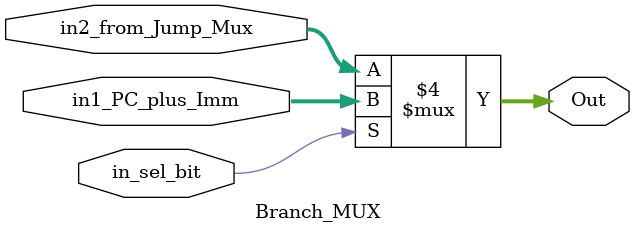
<source format=v>
`timescale 1ns / 1ps
module Branch_MUX(
    input [31:0] in1_PC_plus_Imm,
    input [31:0] in2_from_Jump_Mux,
    input in_sel_bit,
    output reg [31:0] Out
    );

always @ (*)
begin
	
	if(in_sel_bit == 1'b1)
	begin
	
	Out =  in1_PC_plus_Imm;
			
	end
	else
	begin
		
	Out = in2_from_Jump_Mux;
		
	end

end
endmodule

</source>
